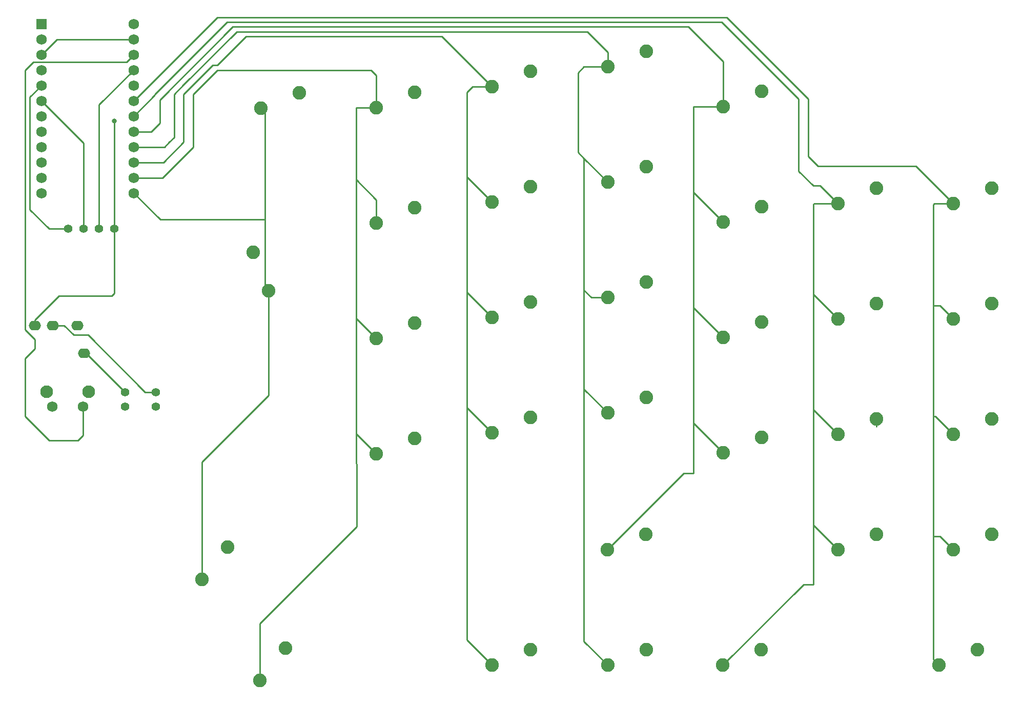
<source format=gtl>
G04 #@! TF.GenerationSoftware,KiCad,Pcbnew,5.1.10*
G04 #@! TF.CreationDate,2021-07-11T16:16:24-04:00*
G04 #@! TF.ProjectId,v02_right,7630325f-7269-4676-9874-2e6b69636164,rev?*
G04 #@! TF.SameCoordinates,Original*
G04 #@! TF.FileFunction,Copper,L1,Top*
G04 #@! TF.FilePolarity,Positive*
%FSLAX46Y46*%
G04 Gerber Fmt 4.6, Leading zero omitted, Abs format (unit mm)*
G04 Created by KiCad (PCBNEW 5.1.10) date 2021-07-11 16:16:24*
%MOMM*%
%LPD*%
G01*
G04 APERTURE LIST*
G04 #@! TA.AperFunction,ComponentPad*
%ADD10C,2.100000*%
G04 #@! TD*
G04 #@! TA.AperFunction,ComponentPad*
%ADD11C,1.750000*%
G04 #@! TD*
G04 #@! TA.AperFunction,ComponentPad*
%ADD12O,2.000000X1.600000*%
G04 #@! TD*
G04 #@! TA.AperFunction,ComponentPad*
%ADD13C,2.250000*%
G04 #@! TD*
G04 #@! TA.AperFunction,ComponentPad*
%ADD14C,1.397000*%
G04 #@! TD*
G04 #@! TA.AperFunction,ComponentPad*
%ADD15R,1.752600X1.752600*%
G04 #@! TD*
G04 #@! TA.AperFunction,ComponentPad*
%ADD16C,1.752600*%
G04 #@! TD*
G04 #@! TA.AperFunction,ViaPad*
%ADD17C,0.800000*%
G04 #@! TD*
G04 #@! TA.AperFunction,Conductor*
%ADD18C,0.250000*%
G04 #@! TD*
G04 APERTURE END LIST*
D10*
X-174418750Y-87997500D03*
D11*
X-175418750Y-90487500D03*
X-180418750Y-90487500D03*
D10*
X-181428750Y-87997500D03*
D12*
X-180331250Y-77075000D03*
X-183331250Y-77075000D03*
X-176331250Y-77075000D03*
X-175231250Y-81675000D03*
D13*
X-101490000Y-73197500D03*
X-107840000Y-75737500D03*
X-101435000Y-130651250D03*
X-107785000Y-133191250D03*
X-82385000Y-111601250D03*
X-88735000Y-114141250D03*
X-63335000Y-130651250D03*
X-69685000Y-133191250D03*
X-63303750Y-95578000D03*
X-69653750Y-98118000D03*
X-63303750Y-76528000D03*
X-69653750Y-79068000D03*
X-63303750Y-38428000D03*
X-69653750Y-40968000D03*
X-25241250Y-111601250D03*
X-31591250Y-114141250D03*
X-27622500Y-130651250D03*
X-33972500Y-133191250D03*
X-147260000Y-64991000D03*
X-144720000Y-71341000D03*
X-120590000Y-57676000D03*
X-126940000Y-60216000D03*
X-63303750Y-57478000D03*
X-69653750Y-60018000D03*
X-120590000Y-38626000D03*
X-126940000Y-41166000D03*
D14*
X-168433750Y-88106250D03*
X-163353750Y-88106250D03*
X-163353750Y-90487500D03*
X-168433750Y-90487500D03*
X-170180000Y-61118750D03*
X-172720000Y-61118750D03*
X-175260000Y-61118750D03*
X-177800000Y-61118750D03*
D15*
X-182245000Y-27305000D03*
D16*
X-182245000Y-29845000D03*
X-182245000Y-32385000D03*
X-182245000Y-34925000D03*
X-182245000Y-37465000D03*
X-182245000Y-40005000D03*
X-182245000Y-42545000D03*
X-182245000Y-45085000D03*
X-182245000Y-47625000D03*
X-182245000Y-50165000D03*
X-182245000Y-52705000D03*
X-167005000Y-55245000D03*
X-167005000Y-52705000D03*
X-167005000Y-50165000D03*
X-167005000Y-47625000D03*
X-167005000Y-45085000D03*
X-167005000Y-42545000D03*
X-167005000Y-40005000D03*
X-167005000Y-37465000D03*
X-167005000Y-34925000D03*
X-167005000Y-32385000D03*
X-167005000Y-29845000D03*
X-182245000Y-55245000D03*
X-167005000Y-27305000D03*
D13*
X-141952795Y-130330591D03*
X-146182057Y-135705295D03*
X-82321500Y-130663250D03*
X-88671500Y-133203250D03*
X-151477795Y-113661841D03*
X-155707057Y-119036545D03*
X-120590000Y-95776000D03*
X-126940000Y-98316000D03*
X-101490000Y-92247500D03*
X-107840000Y-94787500D03*
X-82340000Y-88990750D03*
X-88690000Y-91530750D03*
X-44291250Y-111601250D03*
X-50641250Y-114141250D03*
X-120590000Y-76726000D03*
X-126940000Y-79266000D03*
X-82340000Y-69940750D03*
X-88690000Y-72480750D03*
X-44291250Y-92551250D03*
X-50641250Y-95091250D03*
X-25241250Y-92551250D03*
X-31591250Y-95091250D03*
X-101490000Y-54147500D03*
X-107840000Y-56687500D03*
X-82340000Y-50890750D03*
X-88690000Y-53430750D03*
X-44291250Y-73501250D03*
X-50641250Y-76041250D03*
X-25241250Y-73501250D03*
X-31591250Y-76041250D03*
X-139640000Y-38638500D03*
X-145990000Y-41178500D03*
X-101490000Y-35097500D03*
X-107840000Y-37637500D03*
X-82340000Y-31840750D03*
X-88690000Y-34380750D03*
X-44291250Y-54451250D03*
X-50641250Y-56991250D03*
X-25241250Y-54451250D03*
X-31591250Y-56991250D03*
D17*
X-170180000Y-43338750D03*
D18*
X-44291250Y-92551250D02*
X-44291250Y-93821250D01*
X-31591250Y-56991250D02*
X-34766250Y-56991250D01*
X-34766250Y-56991250D02*
X-34925000Y-57150000D01*
X-33813750Y-111918750D02*
X-34925000Y-111918750D01*
X-31591250Y-114141250D02*
X-33813750Y-111918750D01*
X-34607500Y-92075000D02*
X-34925000Y-92075000D01*
X-31591250Y-95091250D02*
X-34607500Y-92075000D01*
X-34925000Y-92075000D02*
X-34925000Y-111918750D01*
X-31591250Y-76041250D02*
X-33813750Y-73818750D01*
X-33813750Y-73818750D02*
X-34925000Y-73818750D01*
X-34925000Y-73818750D02*
X-34925000Y-92075000D01*
X-34925000Y-57150000D02*
X-34925000Y-73818750D01*
X-34925000Y-132238750D02*
X-33972500Y-133191250D01*
X-34925000Y-111918750D02*
X-34925000Y-132238750D01*
X-69056250Y-26193750D02*
X-153193750Y-26193750D01*
X-55562500Y-39687500D02*
X-69056250Y-26193750D01*
X-55562500Y-49212500D02*
X-55562500Y-39687500D01*
X-53975000Y-50800000D02*
X-55562500Y-49212500D01*
X-153193750Y-26193750D02*
X-167005000Y-40005000D01*
X-37782500Y-50800000D02*
X-53975000Y-50800000D01*
X-31591250Y-56991250D02*
X-37782500Y-50800000D01*
X-50641250Y-56991250D02*
X-54610000Y-56991250D01*
X-54610000Y-56991250D02*
X-54768750Y-57150000D01*
X-54768750Y-71913750D02*
X-50641250Y-76041250D01*
X-54768750Y-90963750D02*
X-50641250Y-95091250D01*
X-54768750Y-57150000D02*
X-54768750Y-71437500D01*
X-54768750Y-71437500D02*
X-54768750Y-71913750D01*
X-54768750Y-110013750D02*
X-50641250Y-114141250D01*
X-54768750Y-71437500D02*
X-54768750Y-90487500D01*
X-54768750Y-90487500D02*
X-54768750Y-90963750D01*
X-54768750Y-109537500D02*
X-54768750Y-119856250D01*
X-54768750Y-90487500D02*
X-54768750Y-109537500D01*
X-54768750Y-109537500D02*
X-54768750Y-110013750D01*
X-56350000Y-119856250D02*
X-69685000Y-133191250D01*
X-54768750Y-119856250D02*
X-56350000Y-119856250D01*
X-163512500Y-39052500D02*
X-167005000Y-42545000D01*
X-163512500Y-38893750D02*
X-163512500Y-39052500D01*
X-69850000Y-26987500D02*
X-151606250Y-26987500D01*
X-151606250Y-26987500D02*
X-163512500Y-38893750D01*
X-57150000Y-39687500D02*
X-69850000Y-26987500D01*
X-54768750Y-53975000D02*
X-57150000Y-51593750D01*
X-53657500Y-53975000D02*
X-54768750Y-53975000D01*
X-57150000Y-51593750D02*
X-57150000Y-39687500D01*
X-50641250Y-56991250D02*
X-53657500Y-53975000D01*
X-69653750Y-40968000D02*
X-74543250Y-40968000D01*
X-74543250Y-55128500D02*
X-69653750Y-60018000D01*
X-74543250Y-74178500D02*
X-69653750Y-79068000D01*
X-74543250Y-40968000D02*
X-74543250Y-54597000D01*
X-74543250Y-54597000D02*
X-74543250Y-55128500D01*
X-74543250Y-93228500D02*
X-69653750Y-98118000D01*
X-74543250Y-54597000D02*
X-74543250Y-73647000D01*
X-74543250Y-73647000D02*
X-74543250Y-74178500D01*
X-74543250Y-92799500D02*
X-74543250Y-101530750D01*
X-74543250Y-73647000D02*
X-74543250Y-92799500D01*
X-74543250Y-92799500D02*
X-74543250Y-93228500D01*
X-76124500Y-101530750D02*
X-88735000Y-114141250D01*
X-74543250Y-101530750D02*
X-76124500Y-101530750D01*
X-162718750Y-43656250D02*
X-164147500Y-45085000D01*
X-150655160Y-27781250D02*
X-162718750Y-39844840D01*
X-75406250Y-27781250D02*
X-150655160Y-27781250D01*
X-164147500Y-45085000D02*
X-167005000Y-45085000D01*
X-162718750Y-39844840D02*
X-162718750Y-43656250D01*
X-69653750Y-33533750D02*
X-75406250Y-27781250D01*
X-69653750Y-40968000D02*
X-69653750Y-33533750D01*
X-88690000Y-34380750D02*
X-92627000Y-34380750D01*
X-92627000Y-34380750D02*
X-93611250Y-35365000D01*
X-93611250Y-35365000D02*
X-93611250Y-48509500D01*
X-91420500Y-72480750D02*
X-88690000Y-72480750D01*
X-92642875Y-71258375D02*
X-91420500Y-72480750D01*
X-93611250Y-48509500D02*
X-92642875Y-49477875D01*
X-92642875Y-49477875D02*
X-88690000Y-53430750D01*
X-92642875Y-87577875D02*
X-88690000Y-91530750D01*
X-92642875Y-70464625D02*
X-92642875Y-87577875D01*
X-92642875Y-49477875D02*
X-92642875Y-70464625D01*
X-92642875Y-70464625D02*
X-92642875Y-71258375D01*
X-92642875Y-129231875D02*
X-88671500Y-133203250D01*
X-92642875Y-87577875D02*
X-92642875Y-129231875D01*
X-161131250Y-46831250D02*
X-161925000Y-47625000D01*
X-161925000Y-47625000D02*
X-167005000Y-47625000D01*
X-88690000Y-31960000D02*
X-92075000Y-28575000D01*
X-88690000Y-34380750D02*
X-88690000Y-31960000D01*
X-92075000Y-28575000D02*
X-150018750Y-28575000D01*
X-150018750Y-28575000D02*
X-158750000Y-37306250D01*
X-158750000Y-37306250D02*
X-160337500Y-38893750D01*
X-160337500Y-38893750D02*
X-160337500Y-46037500D01*
X-160337500Y-46037500D02*
X-161131250Y-46831250D01*
X-107840000Y-37637500D02*
X-111015000Y-37637500D01*
X-111015000Y-37637500D02*
X-111967500Y-38590000D01*
X-111967500Y-52560000D02*
X-107840000Y-56687500D01*
X-111967500Y-71610000D02*
X-107840000Y-75737500D01*
X-111967500Y-38590000D02*
X-111967500Y-52083750D01*
X-111967500Y-52083750D02*
X-111967500Y-52560000D01*
X-111967500Y-90660000D02*
X-107840000Y-94787500D01*
X-111967500Y-52083750D02*
X-111967500Y-71133750D01*
X-111967500Y-71133750D02*
X-111967500Y-71610000D01*
X-111967500Y-90183750D02*
X-111967500Y-90660000D01*
X-111967500Y-129008750D02*
X-107785000Y-133191250D01*
X-111967500Y-89742500D02*
X-111967500Y-129008750D01*
X-111967500Y-71133750D02*
X-111967500Y-89742500D01*
X-111967500Y-89742500D02*
X-111967500Y-90183750D01*
X-162083750Y-50165000D02*
X-167005000Y-50165000D01*
X-158750000Y-46831250D02*
X-162083750Y-50165000D01*
X-107840000Y-37637500D02*
X-116108750Y-29368750D01*
X-116108750Y-29368750D02*
X-148431250Y-29368750D01*
X-148431250Y-29368750D02*
X-153193750Y-34131250D01*
X-153193750Y-34131250D02*
X-153987500Y-34131250D01*
X-158750000Y-38893750D02*
X-158750000Y-46831250D01*
X-153987500Y-34131250D02*
X-158750000Y-38893750D01*
X-126940000Y-41166000D02*
X-130210250Y-41166000D01*
X-130210250Y-41166000D02*
X-130273750Y-41229500D01*
X-130178500Y-95077500D02*
X-126940000Y-98316000D01*
X-130273750Y-95077500D02*
X-130178500Y-95077500D01*
X-130178500Y-76027500D02*
X-130273750Y-76027500D01*
X-126940000Y-79266000D02*
X-130178500Y-76027500D01*
X-126940000Y-56342500D02*
X-130273750Y-53008750D01*
X-126940000Y-60216000D02*
X-126940000Y-56342500D01*
X-130273750Y-53008750D02*
X-130273750Y-76027500D01*
X-130273750Y-41229500D02*
X-130273750Y-53008750D01*
X-130273750Y-76027500D02*
X-130273750Y-89521250D01*
X-130273750Y-94555000D02*
X-130273750Y-99913750D01*
X-130273750Y-99913750D02*
X-130175000Y-100012500D01*
X-130273750Y-89521250D02*
X-130273750Y-94555000D01*
X-130273750Y-94555000D02*
X-130273750Y-95077500D01*
X-130175000Y-100012500D02*
X-130175000Y-110331250D01*
X-146182057Y-126338307D02*
X-146182057Y-135705295D01*
X-130175000Y-110331250D02*
X-146182057Y-126338307D01*
X-126940000Y-41166000D02*
X-126940000Y-35778750D01*
X-126940000Y-35778750D02*
X-127793750Y-34925000D01*
X-127793750Y-34925000D02*
X-153193750Y-34925000D01*
X-153193750Y-34925000D02*
X-157162500Y-38893750D01*
X-157162500Y-38893750D02*
X-157162500Y-47625000D01*
X-162242500Y-52705000D02*
X-167005000Y-52705000D01*
X-157162500Y-47625000D02*
X-162242500Y-52705000D01*
X-145990000Y-41178500D02*
X-145990000Y-42067500D01*
X-144720000Y-71341000D02*
X-144720000Y-88642500D01*
X-155707057Y-99629557D02*
X-155707057Y-119036545D01*
X-144720000Y-88642500D02*
X-155707057Y-99629557D01*
X-145355000Y-41813500D02*
X-145990000Y-41178500D01*
X-144720000Y-71341000D02*
X-145355000Y-70706000D01*
X-162620000Y-59630000D02*
X-167005000Y-55245000D01*
X-145355000Y-59630000D02*
X-162620000Y-59630000D01*
X-145355000Y-70706000D02*
X-145355000Y-59630000D01*
X-145355000Y-59630000D02*
X-145355000Y-41813500D01*
X-174865000Y-81675000D02*
X-175231250Y-81675000D01*
X-168433750Y-88106250D02*
X-174865000Y-81675000D01*
X-172720000Y-40640000D02*
X-167005000Y-34925000D01*
X-172720000Y-61118750D02*
X-172720000Y-40640000D01*
X-163353750Y-88106250D02*
X-165100000Y-88106250D01*
X-174556251Y-78649999D02*
X-176937501Y-78649999D01*
X-165100000Y-88106250D02*
X-174556251Y-78649999D01*
X-178512500Y-77075000D02*
X-180331250Y-77075000D01*
X-176937501Y-78649999D02*
X-178512500Y-77075000D01*
X-177800000Y-61118750D02*
X-180975000Y-61118750D01*
X-180975000Y-61118750D02*
X-184150000Y-57943750D01*
X-184150000Y-39370000D02*
X-182245000Y-37465000D01*
X-184150000Y-57943750D02*
X-184150000Y-39370000D01*
X-175418750Y-60960000D02*
X-175260000Y-61118750D01*
X-175260000Y-46990000D02*
X-182245000Y-40005000D01*
X-175260000Y-61118750D02*
X-175260000Y-46990000D01*
X-179705000Y-29845000D02*
X-182245000Y-32385000D01*
X-167005000Y-29845000D02*
X-179705000Y-29845000D01*
X-183331250Y-77075000D02*
X-183331250Y-76175000D01*
X-183331250Y-76175000D02*
X-179387500Y-72231250D01*
X-179387500Y-72231250D02*
X-170656250Y-72231250D01*
X-170180000Y-71755000D02*
X-170180000Y-61118750D01*
X-170656250Y-72231250D02*
X-170180000Y-71755000D01*
X-170180000Y-61118750D02*
X-170180000Y-43338750D01*
X-170180000Y-43338750D02*
X-170180000Y-43338750D01*
X-168206301Y-33586301D02*
X-167005000Y-32385000D01*
X-184943750Y-34925000D02*
X-183605051Y-33586301D01*
X-183356250Y-79375000D02*
X-184943750Y-77787500D01*
X-183356250Y-80962500D02*
X-183356250Y-79375000D01*
X-184943750Y-92075000D02*
X-184943750Y-82550000D01*
X-184943750Y-77787500D02*
X-184943750Y-34925000D01*
X-176212500Y-96043750D02*
X-180975000Y-96043750D01*
X-183605051Y-33586301D02*
X-168206301Y-33586301D01*
X-184943750Y-82550000D02*
X-183356250Y-80962500D01*
X-180975000Y-96043750D02*
X-184943750Y-92075000D01*
X-175418750Y-95250000D02*
X-176212500Y-96043750D01*
X-175418750Y-90487500D02*
X-175418750Y-95250000D01*
M02*

</source>
